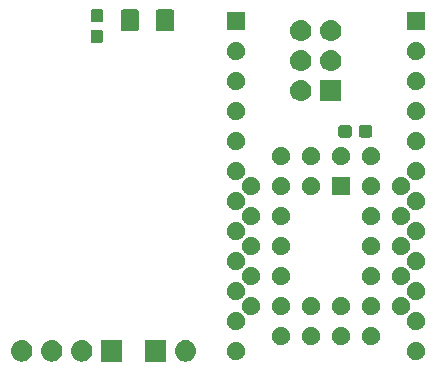
<source format=gbs>
G04 #@! TF.GenerationSoftware,KiCad,Pcbnew,(5.1.0)-1*
G04 #@! TF.CreationDate,2021-03-18T21:30:49+01:00*
G04 #@! TF.ProjectId,Atari OSS Cartridge,41746172-6920-44f5-9353-204361727472,rev?*
G04 #@! TF.SameCoordinates,Original*
G04 #@! TF.FileFunction,Soldermask,Bot*
G04 #@! TF.FilePolarity,Negative*
%FSLAX46Y46*%
G04 Gerber Fmt 4.6, Leading zero omitted, Abs format (unit mm)*
G04 Created by KiCad (PCBNEW (5.1.0)-1) date 2021-03-18 21:30:49*
%MOMM*%
%LPD*%
G04 APERTURE LIST*
%ADD10C,0.100000*%
G04 APERTURE END LIST*
D10*
G36*
X125459443Y-113862719D02*
G01*
X125525627Y-113869237D01*
X125695466Y-113920757D01*
X125851991Y-114004422D01*
X125876200Y-114024290D01*
X125989186Y-114117014D01*
X126072448Y-114218471D01*
X126101778Y-114254209D01*
X126185443Y-114410734D01*
X126236963Y-114580573D01*
X126254359Y-114757200D01*
X126236963Y-114933827D01*
X126185443Y-115103666D01*
X126101778Y-115260191D01*
X126072448Y-115295929D01*
X125989186Y-115397386D01*
X125887729Y-115480648D01*
X125851991Y-115509978D01*
X125695466Y-115593643D01*
X125525627Y-115645163D01*
X125459442Y-115651682D01*
X125393260Y-115658200D01*
X125304740Y-115658200D01*
X125238558Y-115651682D01*
X125172373Y-115645163D01*
X125002534Y-115593643D01*
X124846009Y-115509978D01*
X124810271Y-115480648D01*
X124708814Y-115397386D01*
X124625552Y-115295929D01*
X124596222Y-115260191D01*
X124512557Y-115103666D01*
X124461037Y-114933827D01*
X124443641Y-114757200D01*
X124461037Y-114580573D01*
X124512557Y-114410734D01*
X124596222Y-114254209D01*
X124625552Y-114218471D01*
X124708814Y-114117014D01*
X124821800Y-114024290D01*
X124846009Y-114004422D01*
X125002534Y-113920757D01*
X125172373Y-113869237D01*
X125238557Y-113862719D01*
X125304740Y-113856200D01*
X125393260Y-113856200D01*
X125459443Y-113862719D01*
X125459443Y-113862719D01*
G37*
G36*
X111591043Y-113862719D02*
G01*
X111657227Y-113869237D01*
X111827066Y-113920757D01*
X111983591Y-114004422D01*
X112007800Y-114024290D01*
X112120786Y-114117014D01*
X112204048Y-114218471D01*
X112233378Y-114254209D01*
X112317043Y-114410734D01*
X112368563Y-114580573D01*
X112385959Y-114757200D01*
X112368563Y-114933827D01*
X112317043Y-115103666D01*
X112233378Y-115260191D01*
X112204048Y-115295929D01*
X112120786Y-115397386D01*
X112019329Y-115480648D01*
X111983591Y-115509978D01*
X111827066Y-115593643D01*
X111657227Y-115645163D01*
X111591042Y-115651682D01*
X111524860Y-115658200D01*
X111436340Y-115658200D01*
X111370158Y-115651682D01*
X111303973Y-115645163D01*
X111134134Y-115593643D01*
X110977609Y-115509978D01*
X110941871Y-115480648D01*
X110840414Y-115397386D01*
X110757152Y-115295929D01*
X110727822Y-115260191D01*
X110644157Y-115103666D01*
X110592637Y-114933827D01*
X110575241Y-114757200D01*
X110592637Y-114580573D01*
X110644157Y-114410734D01*
X110727822Y-114254209D01*
X110757152Y-114218471D01*
X110840414Y-114117014D01*
X110953400Y-114024290D01*
X110977609Y-114004422D01*
X111134134Y-113920757D01*
X111303973Y-113869237D01*
X111370157Y-113862719D01*
X111436340Y-113856200D01*
X111524860Y-113856200D01*
X111591043Y-113862719D01*
X111591043Y-113862719D01*
G37*
G36*
X114131043Y-113862719D02*
G01*
X114197227Y-113869237D01*
X114367066Y-113920757D01*
X114523591Y-114004422D01*
X114547800Y-114024290D01*
X114660786Y-114117014D01*
X114744048Y-114218471D01*
X114773378Y-114254209D01*
X114857043Y-114410734D01*
X114908563Y-114580573D01*
X114925959Y-114757200D01*
X114908563Y-114933827D01*
X114857043Y-115103666D01*
X114773378Y-115260191D01*
X114744048Y-115295929D01*
X114660786Y-115397386D01*
X114559329Y-115480648D01*
X114523591Y-115509978D01*
X114367066Y-115593643D01*
X114197227Y-115645163D01*
X114131042Y-115651682D01*
X114064860Y-115658200D01*
X113976340Y-115658200D01*
X113910158Y-115651682D01*
X113843973Y-115645163D01*
X113674134Y-115593643D01*
X113517609Y-115509978D01*
X113481871Y-115480648D01*
X113380414Y-115397386D01*
X113297152Y-115295929D01*
X113267822Y-115260191D01*
X113184157Y-115103666D01*
X113132637Y-114933827D01*
X113115241Y-114757200D01*
X113132637Y-114580573D01*
X113184157Y-114410734D01*
X113267822Y-114254209D01*
X113297152Y-114218471D01*
X113380414Y-114117014D01*
X113493400Y-114024290D01*
X113517609Y-114004422D01*
X113674134Y-113920757D01*
X113843973Y-113869237D01*
X113910157Y-113862719D01*
X113976340Y-113856200D01*
X114064860Y-113856200D01*
X114131043Y-113862719D01*
X114131043Y-113862719D01*
G37*
G36*
X116671043Y-113862719D02*
G01*
X116737227Y-113869237D01*
X116907066Y-113920757D01*
X117063591Y-114004422D01*
X117087800Y-114024290D01*
X117200786Y-114117014D01*
X117284048Y-114218471D01*
X117313378Y-114254209D01*
X117397043Y-114410734D01*
X117448563Y-114580573D01*
X117465959Y-114757200D01*
X117448563Y-114933827D01*
X117397043Y-115103666D01*
X117313378Y-115260191D01*
X117284048Y-115295929D01*
X117200786Y-115397386D01*
X117099329Y-115480648D01*
X117063591Y-115509978D01*
X116907066Y-115593643D01*
X116737227Y-115645163D01*
X116671042Y-115651682D01*
X116604860Y-115658200D01*
X116516340Y-115658200D01*
X116450158Y-115651682D01*
X116383973Y-115645163D01*
X116214134Y-115593643D01*
X116057609Y-115509978D01*
X116021871Y-115480648D01*
X115920414Y-115397386D01*
X115837152Y-115295929D01*
X115807822Y-115260191D01*
X115724157Y-115103666D01*
X115672637Y-114933827D01*
X115655241Y-114757200D01*
X115672637Y-114580573D01*
X115724157Y-114410734D01*
X115807822Y-114254209D01*
X115837152Y-114218471D01*
X115920414Y-114117014D01*
X116033400Y-114024290D01*
X116057609Y-114004422D01*
X116214134Y-113920757D01*
X116383973Y-113869237D01*
X116450157Y-113862719D01*
X116516340Y-113856200D01*
X116604860Y-113856200D01*
X116671043Y-113862719D01*
X116671043Y-113862719D01*
G37*
G36*
X120001600Y-115658200D02*
G01*
X118199600Y-115658200D01*
X118199600Y-113856200D01*
X120001600Y-113856200D01*
X120001600Y-115658200D01*
X120001600Y-115658200D01*
G37*
G36*
X123710000Y-115658200D02*
G01*
X121908000Y-115658200D01*
X121908000Y-113856200D01*
X123710000Y-113856200D01*
X123710000Y-115658200D01*
X123710000Y-115658200D01*
G37*
G36*
X145078525Y-114024290D02*
G01*
X145217238Y-114081747D01*
X145342072Y-114165158D01*
X145448242Y-114271328D01*
X145531653Y-114396162D01*
X145589110Y-114534875D01*
X145618400Y-114682129D01*
X145618400Y-114832271D01*
X145589110Y-114979525D01*
X145531653Y-115118238D01*
X145448242Y-115243072D01*
X145342072Y-115349242D01*
X145217238Y-115432653D01*
X145078525Y-115490110D01*
X144931271Y-115519400D01*
X144781129Y-115519400D01*
X144633875Y-115490110D01*
X144495162Y-115432653D01*
X144370328Y-115349242D01*
X144264158Y-115243072D01*
X144180747Y-115118238D01*
X144123290Y-114979525D01*
X144094000Y-114832271D01*
X144094000Y-114682129D01*
X144123290Y-114534875D01*
X144180747Y-114396162D01*
X144264158Y-114271328D01*
X144370328Y-114165158D01*
X144495162Y-114081747D01*
X144633875Y-114024290D01*
X144781129Y-113995000D01*
X144931271Y-113995000D01*
X145078525Y-114024290D01*
X145078525Y-114024290D01*
G37*
G36*
X129838525Y-114024290D02*
G01*
X129977238Y-114081747D01*
X130102072Y-114165158D01*
X130208242Y-114271328D01*
X130291653Y-114396162D01*
X130349110Y-114534875D01*
X130378400Y-114682129D01*
X130378400Y-114832271D01*
X130349110Y-114979525D01*
X130291653Y-115118238D01*
X130208242Y-115243072D01*
X130102072Y-115349242D01*
X129977238Y-115432653D01*
X129838525Y-115490110D01*
X129691271Y-115519400D01*
X129541129Y-115519400D01*
X129393875Y-115490110D01*
X129255162Y-115432653D01*
X129130328Y-115349242D01*
X129024158Y-115243072D01*
X128940747Y-115118238D01*
X128883290Y-114979525D01*
X128854000Y-114832271D01*
X128854000Y-114682129D01*
X128883290Y-114534875D01*
X128940747Y-114396162D01*
X129024158Y-114271328D01*
X129130328Y-114165158D01*
X129255162Y-114081747D01*
X129393875Y-114024290D01*
X129541129Y-113995000D01*
X129691271Y-113995000D01*
X129838525Y-114024290D01*
X129838525Y-114024290D01*
G37*
G36*
X141268525Y-112754290D02*
G01*
X141407238Y-112811747D01*
X141532072Y-112895158D01*
X141638242Y-113001328D01*
X141721653Y-113126162D01*
X141779110Y-113264875D01*
X141808400Y-113412129D01*
X141808400Y-113562271D01*
X141779110Y-113709525D01*
X141721653Y-113848238D01*
X141638242Y-113973072D01*
X141532072Y-114079242D01*
X141407238Y-114162653D01*
X141268525Y-114220110D01*
X141121271Y-114249400D01*
X140971129Y-114249400D01*
X140823875Y-114220110D01*
X140685162Y-114162653D01*
X140560328Y-114079242D01*
X140454158Y-113973072D01*
X140370747Y-113848238D01*
X140313290Y-113709525D01*
X140284000Y-113562271D01*
X140284000Y-113412129D01*
X140313290Y-113264875D01*
X140370747Y-113126162D01*
X140454158Y-113001328D01*
X140560328Y-112895158D01*
X140685162Y-112811747D01*
X140823875Y-112754290D01*
X140971129Y-112725000D01*
X141121271Y-112725000D01*
X141268525Y-112754290D01*
X141268525Y-112754290D01*
G37*
G36*
X133648525Y-112754290D02*
G01*
X133787238Y-112811747D01*
X133912072Y-112895158D01*
X134018242Y-113001328D01*
X134101653Y-113126162D01*
X134159110Y-113264875D01*
X134188400Y-113412129D01*
X134188400Y-113562271D01*
X134159110Y-113709525D01*
X134101653Y-113848238D01*
X134018242Y-113973072D01*
X133912072Y-114079242D01*
X133787238Y-114162653D01*
X133648525Y-114220110D01*
X133501271Y-114249400D01*
X133351129Y-114249400D01*
X133203875Y-114220110D01*
X133065162Y-114162653D01*
X132940328Y-114079242D01*
X132834158Y-113973072D01*
X132750747Y-113848238D01*
X132693290Y-113709525D01*
X132664000Y-113562271D01*
X132664000Y-113412129D01*
X132693290Y-113264875D01*
X132750747Y-113126162D01*
X132834158Y-113001328D01*
X132940328Y-112895158D01*
X133065162Y-112811747D01*
X133203875Y-112754290D01*
X133351129Y-112725000D01*
X133501271Y-112725000D01*
X133648525Y-112754290D01*
X133648525Y-112754290D01*
G37*
G36*
X136188525Y-112754290D02*
G01*
X136327238Y-112811747D01*
X136452072Y-112895158D01*
X136558242Y-113001328D01*
X136641653Y-113126162D01*
X136699110Y-113264875D01*
X136728400Y-113412129D01*
X136728400Y-113562271D01*
X136699110Y-113709525D01*
X136641653Y-113848238D01*
X136558242Y-113973072D01*
X136452072Y-114079242D01*
X136327238Y-114162653D01*
X136188525Y-114220110D01*
X136041271Y-114249400D01*
X135891129Y-114249400D01*
X135743875Y-114220110D01*
X135605162Y-114162653D01*
X135480328Y-114079242D01*
X135374158Y-113973072D01*
X135290747Y-113848238D01*
X135233290Y-113709525D01*
X135204000Y-113562271D01*
X135204000Y-113412129D01*
X135233290Y-113264875D01*
X135290747Y-113126162D01*
X135374158Y-113001328D01*
X135480328Y-112895158D01*
X135605162Y-112811747D01*
X135743875Y-112754290D01*
X135891129Y-112725000D01*
X136041271Y-112725000D01*
X136188525Y-112754290D01*
X136188525Y-112754290D01*
G37*
G36*
X138728525Y-112754290D02*
G01*
X138867238Y-112811747D01*
X138992072Y-112895158D01*
X139098242Y-113001328D01*
X139181653Y-113126162D01*
X139239110Y-113264875D01*
X139268400Y-113412129D01*
X139268400Y-113562271D01*
X139239110Y-113709525D01*
X139181653Y-113848238D01*
X139098242Y-113973072D01*
X138992072Y-114079242D01*
X138867238Y-114162653D01*
X138728525Y-114220110D01*
X138581271Y-114249400D01*
X138431129Y-114249400D01*
X138283875Y-114220110D01*
X138145162Y-114162653D01*
X138020328Y-114079242D01*
X137914158Y-113973072D01*
X137830747Y-113848238D01*
X137773290Y-113709525D01*
X137744000Y-113562271D01*
X137744000Y-113412129D01*
X137773290Y-113264875D01*
X137830747Y-113126162D01*
X137914158Y-113001328D01*
X138020328Y-112895158D01*
X138145162Y-112811747D01*
X138283875Y-112754290D01*
X138431129Y-112725000D01*
X138581271Y-112725000D01*
X138728525Y-112754290D01*
X138728525Y-112754290D01*
G37*
G36*
X129838525Y-111484290D02*
G01*
X129977238Y-111541747D01*
X130102072Y-111625158D01*
X130208242Y-111731328D01*
X130291653Y-111856162D01*
X130349110Y-111994875D01*
X130378400Y-112142129D01*
X130378400Y-112292271D01*
X130349110Y-112439525D01*
X130291653Y-112578238D01*
X130208242Y-112703072D01*
X130102072Y-112809242D01*
X129977238Y-112892653D01*
X129838525Y-112950110D01*
X129691271Y-112979400D01*
X129541129Y-112979400D01*
X129393875Y-112950110D01*
X129255162Y-112892653D01*
X129130328Y-112809242D01*
X129024158Y-112703072D01*
X128940747Y-112578238D01*
X128883290Y-112439525D01*
X128854000Y-112292271D01*
X128854000Y-112142129D01*
X128883290Y-111994875D01*
X128940747Y-111856162D01*
X129024158Y-111731328D01*
X129130328Y-111625158D01*
X129255162Y-111541747D01*
X129393875Y-111484290D01*
X129541129Y-111455000D01*
X129691271Y-111455000D01*
X129838525Y-111484290D01*
X129838525Y-111484290D01*
G37*
G36*
X145078525Y-111484290D02*
G01*
X145217238Y-111541747D01*
X145342072Y-111625158D01*
X145448242Y-111731328D01*
X145531653Y-111856162D01*
X145589110Y-111994875D01*
X145618400Y-112142129D01*
X145618400Y-112292271D01*
X145589110Y-112439525D01*
X145531653Y-112578238D01*
X145448242Y-112703072D01*
X145342072Y-112809242D01*
X145217238Y-112892653D01*
X145078525Y-112950110D01*
X144931271Y-112979400D01*
X144781129Y-112979400D01*
X144633875Y-112950110D01*
X144495162Y-112892653D01*
X144370328Y-112809242D01*
X144264158Y-112703072D01*
X144180747Y-112578238D01*
X144123290Y-112439525D01*
X144094000Y-112292271D01*
X144094000Y-112142129D01*
X144123290Y-111994875D01*
X144180747Y-111856162D01*
X144264158Y-111731328D01*
X144370328Y-111625158D01*
X144495162Y-111541747D01*
X144633875Y-111484290D01*
X144781129Y-111455000D01*
X144931271Y-111455000D01*
X145078525Y-111484290D01*
X145078525Y-111484290D01*
G37*
G36*
X141268525Y-110214290D02*
G01*
X141407238Y-110271747D01*
X141532072Y-110355158D01*
X141638242Y-110461328D01*
X141721653Y-110586162D01*
X141779110Y-110724875D01*
X141808400Y-110872129D01*
X141808400Y-111022271D01*
X141779110Y-111169525D01*
X141721653Y-111308238D01*
X141638242Y-111433072D01*
X141532072Y-111539242D01*
X141407238Y-111622653D01*
X141268525Y-111680110D01*
X141121271Y-111709400D01*
X140971129Y-111709400D01*
X140823875Y-111680110D01*
X140685162Y-111622653D01*
X140560328Y-111539242D01*
X140454158Y-111433072D01*
X140370747Y-111308238D01*
X140313290Y-111169525D01*
X140284000Y-111022271D01*
X140284000Y-110872129D01*
X140313290Y-110724875D01*
X140370747Y-110586162D01*
X140454158Y-110461328D01*
X140560328Y-110355158D01*
X140685162Y-110271747D01*
X140823875Y-110214290D01*
X140971129Y-110185000D01*
X141121271Y-110185000D01*
X141268525Y-110214290D01*
X141268525Y-110214290D01*
G37*
G36*
X136188525Y-110214290D02*
G01*
X136327238Y-110271747D01*
X136452072Y-110355158D01*
X136558242Y-110461328D01*
X136641653Y-110586162D01*
X136699110Y-110724875D01*
X136728400Y-110872129D01*
X136728400Y-111022271D01*
X136699110Y-111169525D01*
X136641653Y-111308238D01*
X136558242Y-111433072D01*
X136452072Y-111539242D01*
X136327238Y-111622653D01*
X136188525Y-111680110D01*
X136041271Y-111709400D01*
X135891129Y-111709400D01*
X135743875Y-111680110D01*
X135605162Y-111622653D01*
X135480328Y-111539242D01*
X135374158Y-111433072D01*
X135290747Y-111308238D01*
X135233290Y-111169525D01*
X135204000Y-111022271D01*
X135204000Y-110872129D01*
X135233290Y-110724875D01*
X135290747Y-110586162D01*
X135374158Y-110461328D01*
X135480328Y-110355158D01*
X135605162Y-110271747D01*
X135743875Y-110214290D01*
X135891129Y-110185000D01*
X136041271Y-110185000D01*
X136188525Y-110214290D01*
X136188525Y-110214290D01*
G37*
G36*
X143808525Y-110214290D02*
G01*
X143947238Y-110271747D01*
X144072072Y-110355158D01*
X144178242Y-110461328D01*
X144261653Y-110586162D01*
X144319110Y-110724875D01*
X144348400Y-110872129D01*
X144348400Y-111022271D01*
X144319110Y-111169525D01*
X144261653Y-111308238D01*
X144178242Y-111433072D01*
X144072072Y-111539242D01*
X143947238Y-111622653D01*
X143808525Y-111680110D01*
X143661271Y-111709400D01*
X143511129Y-111709400D01*
X143363875Y-111680110D01*
X143225162Y-111622653D01*
X143100328Y-111539242D01*
X142994158Y-111433072D01*
X142910747Y-111308238D01*
X142853290Y-111169525D01*
X142824000Y-111022271D01*
X142824000Y-110872129D01*
X142853290Y-110724875D01*
X142910747Y-110586162D01*
X142994158Y-110461328D01*
X143100328Y-110355158D01*
X143225162Y-110271747D01*
X143363875Y-110214290D01*
X143511129Y-110185000D01*
X143661271Y-110185000D01*
X143808525Y-110214290D01*
X143808525Y-110214290D01*
G37*
G36*
X138728525Y-110214290D02*
G01*
X138867238Y-110271747D01*
X138992072Y-110355158D01*
X139098242Y-110461328D01*
X139181653Y-110586162D01*
X139239110Y-110724875D01*
X139268400Y-110872129D01*
X139268400Y-111022271D01*
X139239110Y-111169525D01*
X139181653Y-111308238D01*
X139098242Y-111433072D01*
X138992072Y-111539242D01*
X138867238Y-111622653D01*
X138728525Y-111680110D01*
X138581271Y-111709400D01*
X138431129Y-111709400D01*
X138283875Y-111680110D01*
X138145162Y-111622653D01*
X138020328Y-111539242D01*
X137914158Y-111433072D01*
X137830747Y-111308238D01*
X137773290Y-111169525D01*
X137744000Y-111022271D01*
X137744000Y-110872129D01*
X137773290Y-110724875D01*
X137830747Y-110586162D01*
X137914158Y-110461328D01*
X138020328Y-110355158D01*
X138145162Y-110271747D01*
X138283875Y-110214290D01*
X138431129Y-110185000D01*
X138581271Y-110185000D01*
X138728525Y-110214290D01*
X138728525Y-110214290D01*
G37*
G36*
X131108525Y-110214290D02*
G01*
X131247238Y-110271747D01*
X131372072Y-110355158D01*
X131478242Y-110461328D01*
X131561653Y-110586162D01*
X131619110Y-110724875D01*
X131648400Y-110872129D01*
X131648400Y-111022271D01*
X131619110Y-111169525D01*
X131561653Y-111308238D01*
X131478242Y-111433072D01*
X131372072Y-111539242D01*
X131247238Y-111622653D01*
X131108525Y-111680110D01*
X130961271Y-111709400D01*
X130811129Y-111709400D01*
X130663875Y-111680110D01*
X130525162Y-111622653D01*
X130400328Y-111539242D01*
X130294158Y-111433072D01*
X130210747Y-111308238D01*
X130153290Y-111169525D01*
X130124000Y-111022271D01*
X130124000Y-110872129D01*
X130153290Y-110724875D01*
X130210747Y-110586162D01*
X130294158Y-110461328D01*
X130400328Y-110355158D01*
X130525162Y-110271747D01*
X130663875Y-110214290D01*
X130811129Y-110185000D01*
X130961271Y-110185000D01*
X131108525Y-110214290D01*
X131108525Y-110214290D01*
G37*
G36*
X133648525Y-110214290D02*
G01*
X133787238Y-110271747D01*
X133912072Y-110355158D01*
X134018242Y-110461328D01*
X134101653Y-110586162D01*
X134159110Y-110724875D01*
X134188400Y-110872129D01*
X134188400Y-111022271D01*
X134159110Y-111169525D01*
X134101653Y-111308238D01*
X134018242Y-111433072D01*
X133912072Y-111539242D01*
X133787238Y-111622653D01*
X133648525Y-111680110D01*
X133501271Y-111709400D01*
X133351129Y-111709400D01*
X133203875Y-111680110D01*
X133065162Y-111622653D01*
X132940328Y-111539242D01*
X132834158Y-111433072D01*
X132750747Y-111308238D01*
X132693290Y-111169525D01*
X132664000Y-111022271D01*
X132664000Y-110872129D01*
X132693290Y-110724875D01*
X132750747Y-110586162D01*
X132834158Y-110461328D01*
X132940328Y-110355158D01*
X133065162Y-110271747D01*
X133203875Y-110214290D01*
X133351129Y-110185000D01*
X133501271Y-110185000D01*
X133648525Y-110214290D01*
X133648525Y-110214290D01*
G37*
G36*
X145078525Y-108944290D02*
G01*
X145217238Y-109001747D01*
X145342072Y-109085158D01*
X145448242Y-109191328D01*
X145531653Y-109316162D01*
X145589110Y-109454875D01*
X145618400Y-109602129D01*
X145618400Y-109752271D01*
X145589110Y-109899525D01*
X145531653Y-110038238D01*
X145448242Y-110163072D01*
X145342072Y-110269242D01*
X145217238Y-110352653D01*
X145078525Y-110410110D01*
X144931271Y-110439400D01*
X144781129Y-110439400D01*
X144633875Y-110410110D01*
X144495162Y-110352653D01*
X144370328Y-110269242D01*
X144264158Y-110163072D01*
X144180747Y-110038238D01*
X144123290Y-109899525D01*
X144094000Y-109752271D01*
X144094000Y-109602129D01*
X144123290Y-109454875D01*
X144180747Y-109316162D01*
X144264158Y-109191328D01*
X144370328Y-109085158D01*
X144495162Y-109001747D01*
X144633875Y-108944290D01*
X144781129Y-108915000D01*
X144931271Y-108915000D01*
X145078525Y-108944290D01*
X145078525Y-108944290D01*
G37*
G36*
X129838525Y-108944290D02*
G01*
X129977238Y-109001747D01*
X130102072Y-109085158D01*
X130208242Y-109191328D01*
X130291653Y-109316162D01*
X130349110Y-109454875D01*
X130378400Y-109602129D01*
X130378400Y-109752271D01*
X130349110Y-109899525D01*
X130291653Y-110038238D01*
X130208242Y-110163072D01*
X130102072Y-110269242D01*
X129977238Y-110352653D01*
X129838525Y-110410110D01*
X129691271Y-110439400D01*
X129541129Y-110439400D01*
X129393875Y-110410110D01*
X129255162Y-110352653D01*
X129130328Y-110269242D01*
X129024158Y-110163072D01*
X128940747Y-110038238D01*
X128883290Y-109899525D01*
X128854000Y-109752271D01*
X128854000Y-109602129D01*
X128883290Y-109454875D01*
X128940747Y-109316162D01*
X129024158Y-109191328D01*
X129130328Y-109085158D01*
X129255162Y-109001747D01*
X129393875Y-108944290D01*
X129541129Y-108915000D01*
X129691271Y-108915000D01*
X129838525Y-108944290D01*
X129838525Y-108944290D01*
G37*
G36*
X143808525Y-107674290D02*
G01*
X143947238Y-107731747D01*
X144072072Y-107815158D01*
X144178242Y-107921328D01*
X144261653Y-108046162D01*
X144319110Y-108184875D01*
X144348400Y-108332129D01*
X144348400Y-108482271D01*
X144319110Y-108629525D01*
X144261653Y-108768238D01*
X144178242Y-108893072D01*
X144072072Y-108999242D01*
X143947238Y-109082653D01*
X143808525Y-109140110D01*
X143661271Y-109169400D01*
X143511129Y-109169400D01*
X143363875Y-109140110D01*
X143225162Y-109082653D01*
X143100328Y-108999242D01*
X142994158Y-108893072D01*
X142910747Y-108768238D01*
X142853290Y-108629525D01*
X142824000Y-108482271D01*
X142824000Y-108332129D01*
X142853290Y-108184875D01*
X142910747Y-108046162D01*
X142994158Y-107921328D01*
X143100328Y-107815158D01*
X143225162Y-107731747D01*
X143363875Y-107674290D01*
X143511129Y-107645000D01*
X143661271Y-107645000D01*
X143808525Y-107674290D01*
X143808525Y-107674290D01*
G37*
G36*
X131108525Y-107674290D02*
G01*
X131247238Y-107731747D01*
X131372072Y-107815158D01*
X131478242Y-107921328D01*
X131561653Y-108046162D01*
X131619110Y-108184875D01*
X131648400Y-108332129D01*
X131648400Y-108482271D01*
X131619110Y-108629525D01*
X131561653Y-108768238D01*
X131478242Y-108893072D01*
X131372072Y-108999242D01*
X131247238Y-109082653D01*
X131108525Y-109140110D01*
X130961271Y-109169400D01*
X130811129Y-109169400D01*
X130663875Y-109140110D01*
X130525162Y-109082653D01*
X130400328Y-108999242D01*
X130294158Y-108893072D01*
X130210747Y-108768238D01*
X130153290Y-108629525D01*
X130124000Y-108482271D01*
X130124000Y-108332129D01*
X130153290Y-108184875D01*
X130210747Y-108046162D01*
X130294158Y-107921328D01*
X130400328Y-107815158D01*
X130525162Y-107731747D01*
X130663875Y-107674290D01*
X130811129Y-107645000D01*
X130961271Y-107645000D01*
X131108525Y-107674290D01*
X131108525Y-107674290D01*
G37*
G36*
X133648525Y-107674290D02*
G01*
X133787238Y-107731747D01*
X133912072Y-107815158D01*
X134018242Y-107921328D01*
X134101653Y-108046162D01*
X134159110Y-108184875D01*
X134188400Y-108332129D01*
X134188400Y-108482271D01*
X134159110Y-108629525D01*
X134101653Y-108768238D01*
X134018242Y-108893072D01*
X133912072Y-108999242D01*
X133787238Y-109082653D01*
X133648525Y-109140110D01*
X133501271Y-109169400D01*
X133351129Y-109169400D01*
X133203875Y-109140110D01*
X133065162Y-109082653D01*
X132940328Y-108999242D01*
X132834158Y-108893072D01*
X132750747Y-108768238D01*
X132693290Y-108629525D01*
X132664000Y-108482271D01*
X132664000Y-108332129D01*
X132693290Y-108184875D01*
X132750747Y-108046162D01*
X132834158Y-107921328D01*
X132940328Y-107815158D01*
X133065162Y-107731747D01*
X133203875Y-107674290D01*
X133351129Y-107645000D01*
X133501271Y-107645000D01*
X133648525Y-107674290D01*
X133648525Y-107674290D01*
G37*
G36*
X141268525Y-107674290D02*
G01*
X141407238Y-107731747D01*
X141532072Y-107815158D01*
X141638242Y-107921328D01*
X141721653Y-108046162D01*
X141779110Y-108184875D01*
X141808400Y-108332129D01*
X141808400Y-108482271D01*
X141779110Y-108629525D01*
X141721653Y-108768238D01*
X141638242Y-108893072D01*
X141532072Y-108999242D01*
X141407238Y-109082653D01*
X141268525Y-109140110D01*
X141121271Y-109169400D01*
X140971129Y-109169400D01*
X140823875Y-109140110D01*
X140685162Y-109082653D01*
X140560328Y-108999242D01*
X140454158Y-108893072D01*
X140370747Y-108768238D01*
X140313290Y-108629525D01*
X140284000Y-108482271D01*
X140284000Y-108332129D01*
X140313290Y-108184875D01*
X140370747Y-108046162D01*
X140454158Y-107921328D01*
X140560328Y-107815158D01*
X140685162Y-107731747D01*
X140823875Y-107674290D01*
X140971129Y-107645000D01*
X141121271Y-107645000D01*
X141268525Y-107674290D01*
X141268525Y-107674290D01*
G37*
G36*
X129838525Y-106404290D02*
G01*
X129977238Y-106461747D01*
X130102072Y-106545158D01*
X130208242Y-106651328D01*
X130291653Y-106776162D01*
X130349110Y-106914875D01*
X130378400Y-107062129D01*
X130378400Y-107212271D01*
X130349110Y-107359525D01*
X130291653Y-107498238D01*
X130208242Y-107623072D01*
X130102072Y-107729242D01*
X129977238Y-107812653D01*
X129838525Y-107870110D01*
X129691271Y-107899400D01*
X129541129Y-107899400D01*
X129393875Y-107870110D01*
X129255162Y-107812653D01*
X129130328Y-107729242D01*
X129024158Y-107623072D01*
X128940747Y-107498238D01*
X128883290Y-107359525D01*
X128854000Y-107212271D01*
X128854000Y-107062129D01*
X128883290Y-106914875D01*
X128940747Y-106776162D01*
X129024158Y-106651328D01*
X129130328Y-106545158D01*
X129255162Y-106461747D01*
X129393875Y-106404290D01*
X129541129Y-106375000D01*
X129691271Y-106375000D01*
X129838525Y-106404290D01*
X129838525Y-106404290D01*
G37*
G36*
X145078525Y-106404290D02*
G01*
X145217238Y-106461747D01*
X145342072Y-106545158D01*
X145448242Y-106651328D01*
X145531653Y-106776162D01*
X145589110Y-106914875D01*
X145618400Y-107062129D01*
X145618400Y-107212271D01*
X145589110Y-107359525D01*
X145531653Y-107498238D01*
X145448242Y-107623072D01*
X145342072Y-107729242D01*
X145217238Y-107812653D01*
X145078525Y-107870110D01*
X144931271Y-107899400D01*
X144781129Y-107899400D01*
X144633875Y-107870110D01*
X144495162Y-107812653D01*
X144370328Y-107729242D01*
X144264158Y-107623072D01*
X144180747Y-107498238D01*
X144123290Y-107359525D01*
X144094000Y-107212271D01*
X144094000Y-107062129D01*
X144123290Y-106914875D01*
X144180747Y-106776162D01*
X144264158Y-106651328D01*
X144370328Y-106545158D01*
X144495162Y-106461747D01*
X144633875Y-106404290D01*
X144781129Y-106375000D01*
X144931271Y-106375000D01*
X145078525Y-106404290D01*
X145078525Y-106404290D01*
G37*
G36*
X131108525Y-105134290D02*
G01*
X131247238Y-105191747D01*
X131372072Y-105275158D01*
X131478242Y-105381328D01*
X131561653Y-105506162D01*
X131619110Y-105644875D01*
X131648400Y-105792129D01*
X131648400Y-105942271D01*
X131619110Y-106089525D01*
X131561653Y-106228238D01*
X131478242Y-106353072D01*
X131372072Y-106459242D01*
X131247238Y-106542653D01*
X131108525Y-106600110D01*
X130961271Y-106629400D01*
X130811129Y-106629400D01*
X130663875Y-106600110D01*
X130525162Y-106542653D01*
X130400328Y-106459242D01*
X130294158Y-106353072D01*
X130210747Y-106228238D01*
X130153290Y-106089525D01*
X130124000Y-105942271D01*
X130124000Y-105792129D01*
X130153290Y-105644875D01*
X130210747Y-105506162D01*
X130294158Y-105381328D01*
X130400328Y-105275158D01*
X130525162Y-105191747D01*
X130663875Y-105134290D01*
X130811129Y-105105000D01*
X130961271Y-105105000D01*
X131108525Y-105134290D01*
X131108525Y-105134290D01*
G37*
G36*
X133648525Y-105134290D02*
G01*
X133787238Y-105191747D01*
X133912072Y-105275158D01*
X134018242Y-105381328D01*
X134101653Y-105506162D01*
X134159110Y-105644875D01*
X134188400Y-105792129D01*
X134188400Y-105942271D01*
X134159110Y-106089525D01*
X134101653Y-106228238D01*
X134018242Y-106353072D01*
X133912072Y-106459242D01*
X133787238Y-106542653D01*
X133648525Y-106600110D01*
X133501271Y-106629400D01*
X133351129Y-106629400D01*
X133203875Y-106600110D01*
X133065162Y-106542653D01*
X132940328Y-106459242D01*
X132834158Y-106353072D01*
X132750747Y-106228238D01*
X132693290Y-106089525D01*
X132664000Y-105942271D01*
X132664000Y-105792129D01*
X132693290Y-105644875D01*
X132750747Y-105506162D01*
X132834158Y-105381328D01*
X132940328Y-105275158D01*
X133065162Y-105191747D01*
X133203875Y-105134290D01*
X133351129Y-105105000D01*
X133501271Y-105105000D01*
X133648525Y-105134290D01*
X133648525Y-105134290D01*
G37*
G36*
X141268525Y-105134290D02*
G01*
X141407238Y-105191747D01*
X141532072Y-105275158D01*
X141638242Y-105381328D01*
X141721653Y-105506162D01*
X141779110Y-105644875D01*
X141808400Y-105792129D01*
X141808400Y-105942271D01*
X141779110Y-106089525D01*
X141721653Y-106228238D01*
X141638242Y-106353072D01*
X141532072Y-106459242D01*
X141407238Y-106542653D01*
X141268525Y-106600110D01*
X141121271Y-106629400D01*
X140971129Y-106629400D01*
X140823875Y-106600110D01*
X140685162Y-106542653D01*
X140560328Y-106459242D01*
X140454158Y-106353072D01*
X140370747Y-106228238D01*
X140313290Y-106089525D01*
X140284000Y-105942271D01*
X140284000Y-105792129D01*
X140313290Y-105644875D01*
X140370747Y-105506162D01*
X140454158Y-105381328D01*
X140560328Y-105275158D01*
X140685162Y-105191747D01*
X140823875Y-105134290D01*
X140971129Y-105105000D01*
X141121271Y-105105000D01*
X141268525Y-105134290D01*
X141268525Y-105134290D01*
G37*
G36*
X143808525Y-105134290D02*
G01*
X143947238Y-105191747D01*
X144072072Y-105275158D01*
X144178242Y-105381328D01*
X144261653Y-105506162D01*
X144319110Y-105644875D01*
X144348400Y-105792129D01*
X144348400Y-105942271D01*
X144319110Y-106089525D01*
X144261653Y-106228238D01*
X144178242Y-106353072D01*
X144072072Y-106459242D01*
X143947238Y-106542653D01*
X143808525Y-106600110D01*
X143661271Y-106629400D01*
X143511129Y-106629400D01*
X143363875Y-106600110D01*
X143225162Y-106542653D01*
X143100328Y-106459242D01*
X142994158Y-106353072D01*
X142910747Y-106228238D01*
X142853290Y-106089525D01*
X142824000Y-105942271D01*
X142824000Y-105792129D01*
X142853290Y-105644875D01*
X142910747Y-105506162D01*
X142994158Y-105381328D01*
X143100328Y-105275158D01*
X143225162Y-105191747D01*
X143363875Y-105134290D01*
X143511129Y-105105000D01*
X143661271Y-105105000D01*
X143808525Y-105134290D01*
X143808525Y-105134290D01*
G37*
G36*
X129838525Y-103864290D02*
G01*
X129977238Y-103921747D01*
X130102072Y-104005158D01*
X130208242Y-104111328D01*
X130291653Y-104236162D01*
X130349110Y-104374875D01*
X130378400Y-104522129D01*
X130378400Y-104672271D01*
X130349110Y-104819525D01*
X130291653Y-104958238D01*
X130208242Y-105083072D01*
X130102072Y-105189242D01*
X129977238Y-105272653D01*
X129838525Y-105330110D01*
X129691271Y-105359400D01*
X129541129Y-105359400D01*
X129393875Y-105330110D01*
X129255162Y-105272653D01*
X129130328Y-105189242D01*
X129024158Y-105083072D01*
X128940747Y-104958238D01*
X128883290Y-104819525D01*
X128854000Y-104672271D01*
X128854000Y-104522129D01*
X128883290Y-104374875D01*
X128940747Y-104236162D01*
X129024158Y-104111328D01*
X129130328Y-104005158D01*
X129255162Y-103921747D01*
X129393875Y-103864290D01*
X129541129Y-103835000D01*
X129691271Y-103835000D01*
X129838525Y-103864290D01*
X129838525Y-103864290D01*
G37*
G36*
X145078525Y-103864290D02*
G01*
X145217238Y-103921747D01*
X145342072Y-104005158D01*
X145448242Y-104111328D01*
X145531653Y-104236162D01*
X145589110Y-104374875D01*
X145618400Y-104522129D01*
X145618400Y-104672271D01*
X145589110Y-104819525D01*
X145531653Y-104958238D01*
X145448242Y-105083072D01*
X145342072Y-105189242D01*
X145217238Y-105272653D01*
X145078525Y-105330110D01*
X144931271Y-105359400D01*
X144781129Y-105359400D01*
X144633875Y-105330110D01*
X144495162Y-105272653D01*
X144370328Y-105189242D01*
X144264158Y-105083072D01*
X144180747Y-104958238D01*
X144123290Y-104819525D01*
X144094000Y-104672271D01*
X144094000Y-104522129D01*
X144123290Y-104374875D01*
X144180747Y-104236162D01*
X144264158Y-104111328D01*
X144370328Y-104005158D01*
X144495162Y-103921747D01*
X144633875Y-103864290D01*
X144781129Y-103835000D01*
X144931271Y-103835000D01*
X145078525Y-103864290D01*
X145078525Y-103864290D01*
G37*
G36*
X131108525Y-102594290D02*
G01*
X131247238Y-102651747D01*
X131372072Y-102735158D01*
X131478242Y-102841328D01*
X131561653Y-102966162D01*
X131619110Y-103104875D01*
X131648400Y-103252129D01*
X131648400Y-103402271D01*
X131619110Y-103549525D01*
X131561653Y-103688238D01*
X131478242Y-103813072D01*
X131372072Y-103919242D01*
X131247238Y-104002653D01*
X131108525Y-104060110D01*
X130961271Y-104089400D01*
X130811129Y-104089400D01*
X130663875Y-104060110D01*
X130525162Y-104002653D01*
X130400328Y-103919242D01*
X130294158Y-103813072D01*
X130210747Y-103688238D01*
X130153290Y-103549525D01*
X130124000Y-103402271D01*
X130124000Y-103252129D01*
X130153290Y-103104875D01*
X130210747Y-102966162D01*
X130294158Y-102841328D01*
X130400328Y-102735158D01*
X130525162Y-102651747D01*
X130663875Y-102594290D01*
X130811129Y-102565000D01*
X130961271Y-102565000D01*
X131108525Y-102594290D01*
X131108525Y-102594290D01*
G37*
G36*
X133648525Y-102594290D02*
G01*
X133787238Y-102651747D01*
X133912072Y-102735158D01*
X134018242Y-102841328D01*
X134101653Y-102966162D01*
X134159110Y-103104875D01*
X134188400Y-103252129D01*
X134188400Y-103402271D01*
X134159110Y-103549525D01*
X134101653Y-103688238D01*
X134018242Y-103813072D01*
X133912072Y-103919242D01*
X133787238Y-104002653D01*
X133648525Y-104060110D01*
X133501271Y-104089400D01*
X133351129Y-104089400D01*
X133203875Y-104060110D01*
X133065162Y-104002653D01*
X132940328Y-103919242D01*
X132834158Y-103813072D01*
X132750747Y-103688238D01*
X132693290Y-103549525D01*
X132664000Y-103402271D01*
X132664000Y-103252129D01*
X132693290Y-103104875D01*
X132750747Y-102966162D01*
X132834158Y-102841328D01*
X132940328Y-102735158D01*
X133065162Y-102651747D01*
X133203875Y-102594290D01*
X133351129Y-102565000D01*
X133501271Y-102565000D01*
X133648525Y-102594290D01*
X133648525Y-102594290D01*
G37*
G36*
X141268525Y-102594290D02*
G01*
X141407238Y-102651747D01*
X141532072Y-102735158D01*
X141638242Y-102841328D01*
X141721653Y-102966162D01*
X141779110Y-103104875D01*
X141808400Y-103252129D01*
X141808400Y-103402271D01*
X141779110Y-103549525D01*
X141721653Y-103688238D01*
X141638242Y-103813072D01*
X141532072Y-103919242D01*
X141407238Y-104002653D01*
X141268525Y-104060110D01*
X141121271Y-104089400D01*
X140971129Y-104089400D01*
X140823875Y-104060110D01*
X140685162Y-104002653D01*
X140560328Y-103919242D01*
X140454158Y-103813072D01*
X140370747Y-103688238D01*
X140313290Y-103549525D01*
X140284000Y-103402271D01*
X140284000Y-103252129D01*
X140313290Y-103104875D01*
X140370747Y-102966162D01*
X140454158Y-102841328D01*
X140560328Y-102735158D01*
X140685162Y-102651747D01*
X140823875Y-102594290D01*
X140971129Y-102565000D01*
X141121271Y-102565000D01*
X141268525Y-102594290D01*
X141268525Y-102594290D01*
G37*
G36*
X143808525Y-102594290D02*
G01*
X143947238Y-102651747D01*
X144072072Y-102735158D01*
X144178242Y-102841328D01*
X144261653Y-102966162D01*
X144319110Y-103104875D01*
X144348400Y-103252129D01*
X144348400Y-103402271D01*
X144319110Y-103549525D01*
X144261653Y-103688238D01*
X144178242Y-103813072D01*
X144072072Y-103919242D01*
X143947238Y-104002653D01*
X143808525Y-104060110D01*
X143661271Y-104089400D01*
X143511129Y-104089400D01*
X143363875Y-104060110D01*
X143225162Y-104002653D01*
X143100328Y-103919242D01*
X142994158Y-103813072D01*
X142910747Y-103688238D01*
X142853290Y-103549525D01*
X142824000Y-103402271D01*
X142824000Y-103252129D01*
X142853290Y-103104875D01*
X142910747Y-102966162D01*
X142994158Y-102841328D01*
X143100328Y-102735158D01*
X143225162Y-102651747D01*
X143363875Y-102594290D01*
X143511129Y-102565000D01*
X143661271Y-102565000D01*
X143808525Y-102594290D01*
X143808525Y-102594290D01*
G37*
G36*
X129838525Y-101324290D02*
G01*
X129977238Y-101381747D01*
X130102072Y-101465158D01*
X130208242Y-101571328D01*
X130291653Y-101696162D01*
X130349110Y-101834875D01*
X130378400Y-101982129D01*
X130378400Y-102132271D01*
X130349110Y-102279525D01*
X130291653Y-102418238D01*
X130208242Y-102543072D01*
X130102072Y-102649242D01*
X129977238Y-102732653D01*
X129838525Y-102790110D01*
X129691271Y-102819400D01*
X129541129Y-102819400D01*
X129393875Y-102790110D01*
X129255162Y-102732653D01*
X129130328Y-102649242D01*
X129024158Y-102543072D01*
X128940747Y-102418238D01*
X128883290Y-102279525D01*
X128854000Y-102132271D01*
X128854000Y-101982129D01*
X128883290Y-101834875D01*
X128940747Y-101696162D01*
X129024158Y-101571328D01*
X129130328Y-101465158D01*
X129255162Y-101381747D01*
X129393875Y-101324290D01*
X129541129Y-101295000D01*
X129691271Y-101295000D01*
X129838525Y-101324290D01*
X129838525Y-101324290D01*
G37*
G36*
X145078525Y-101324290D02*
G01*
X145217238Y-101381747D01*
X145342072Y-101465158D01*
X145448242Y-101571328D01*
X145531653Y-101696162D01*
X145589110Y-101834875D01*
X145618400Y-101982129D01*
X145618400Y-102132271D01*
X145589110Y-102279525D01*
X145531653Y-102418238D01*
X145448242Y-102543072D01*
X145342072Y-102649242D01*
X145217238Y-102732653D01*
X145078525Y-102790110D01*
X144931271Y-102819400D01*
X144781129Y-102819400D01*
X144633875Y-102790110D01*
X144495162Y-102732653D01*
X144370328Y-102649242D01*
X144264158Y-102543072D01*
X144180747Y-102418238D01*
X144123290Y-102279525D01*
X144094000Y-102132271D01*
X144094000Y-101982129D01*
X144123290Y-101834875D01*
X144180747Y-101696162D01*
X144264158Y-101571328D01*
X144370328Y-101465158D01*
X144495162Y-101381747D01*
X144633875Y-101324290D01*
X144781129Y-101295000D01*
X144931271Y-101295000D01*
X145078525Y-101324290D01*
X145078525Y-101324290D01*
G37*
G36*
X131108525Y-100054290D02*
G01*
X131247238Y-100111747D01*
X131372072Y-100195158D01*
X131478242Y-100301328D01*
X131561653Y-100426162D01*
X131619110Y-100564875D01*
X131648400Y-100712129D01*
X131648400Y-100862271D01*
X131619110Y-101009525D01*
X131561653Y-101148238D01*
X131478242Y-101273072D01*
X131372072Y-101379242D01*
X131247238Y-101462653D01*
X131108525Y-101520110D01*
X130961271Y-101549400D01*
X130811129Y-101549400D01*
X130663875Y-101520110D01*
X130525162Y-101462653D01*
X130400328Y-101379242D01*
X130294158Y-101273072D01*
X130210747Y-101148238D01*
X130153290Y-101009525D01*
X130124000Y-100862271D01*
X130124000Y-100712129D01*
X130153290Y-100564875D01*
X130210747Y-100426162D01*
X130294158Y-100301328D01*
X130400328Y-100195158D01*
X130525162Y-100111747D01*
X130663875Y-100054290D01*
X130811129Y-100025000D01*
X130961271Y-100025000D01*
X131108525Y-100054290D01*
X131108525Y-100054290D01*
G37*
G36*
X139268400Y-101549400D02*
G01*
X137744000Y-101549400D01*
X137744000Y-100025000D01*
X139268400Y-100025000D01*
X139268400Y-101549400D01*
X139268400Y-101549400D01*
G37*
G36*
X136188525Y-100054290D02*
G01*
X136327238Y-100111747D01*
X136452072Y-100195158D01*
X136558242Y-100301328D01*
X136641653Y-100426162D01*
X136699110Y-100564875D01*
X136728400Y-100712129D01*
X136728400Y-100862271D01*
X136699110Y-101009525D01*
X136641653Y-101148238D01*
X136558242Y-101273072D01*
X136452072Y-101379242D01*
X136327238Y-101462653D01*
X136188525Y-101520110D01*
X136041271Y-101549400D01*
X135891129Y-101549400D01*
X135743875Y-101520110D01*
X135605162Y-101462653D01*
X135480328Y-101379242D01*
X135374158Y-101273072D01*
X135290747Y-101148238D01*
X135233290Y-101009525D01*
X135204000Y-100862271D01*
X135204000Y-100712129D01*
X135233290Y-100564875D01*
X135290747Y-100426162D01*
X135374158Y-100301328D01*
X135480328Y-100195158D01*
X135605162Y-100111747D01*
X135743875Y-100054290D01*
X135891129Y-100025000D01*
X136041271Y-100025000D01*
X136188525Y-100054290D01*
X136188525Y-100054290D01*
G37*
G36*
X133648525Y-100054290D02*
G01*
X133787238Y-100111747D01*
X133912072Y-100195158D01*
X134018242Y-100301328D01*
X134101653Y-100426162D01*
X134159110Y-100564875D01*
X134188400Y-100712129D01*
X134188400Y-100862271D01*
X134159110Y-101009525D01*
X134101653Y-101148238D01*
X134018242Y-101273072D01*
X133912072Y-101379242D01*
X133787238Y-101462653D01*
X133648525Y-101520110D01*
X133501271Y-101549400D01*
X133351129Y-101549400D01*
X133203875Y-101520110D01*
X133065162Y-101462653D01*
X132940328Y-101379242D01*
X132834158Y-101273072D01*
X132750747Y-101148238D01*
X132693290Y-101009525D01*
X132664000Y-100862271D01*
X132664000Y-100712129D01*
X132693290Y-100564875D01*
X132750747Y-100426162D01*
X132834158Y-100301328D01*
X132940328Y-100195158D01*
X133065162Y-100111747D01*
X133203875Y-100054290D01*
X133351129Y-100025000D01*
X133501271Y-100025000D01*
X133648525Y-100054290D01*
X133648525Y-100054290D01*
G37*
G36*
X141268525Y-100054290D02*
G01*
X141407238Y-100111747D01*
X141532072Y-100195158D01*
X141638242Y-100301328D01*
X141721653Y-100426162D01*
X141779110Y-100564875D01*
X141808400Y-100712129D01*
X141808400Y-100862271D01*
X141779110Y-101009525D01*
X141721653Y-101148238D01*
X141638242Y-101273072D01*
X141532072Y-101379242D01*
X141407238Y-101462653D01*
X141268525Y-101520110D01*
X141121271Y-101549400D01*
X140971129Y-101549400D01*
X140823875Y-101520110D01*
X140685162Y-101462653D01*
X140560328Y-101379242D01*
X140454158Y-101273072D01*
X140370747Y-101148238D01*
X140313290Y-101009525D01*
X140284000Y-100862271D01*
X140284000Y-100712129D01*
X140313290Y-100564875D01*
X140370747Y-100426162D01*
X140454158Y-100301328D01*
X140560328Y-100195158D01*
X140685162Y-100111747D01*
X140823875Y-100054290D01*
X140971129Y-100025000D01*
X141121271Y-100025000D01*
X141268525Y-100054290D01*
X141268525Y-100054290D01*
G37*
G36*
X143808525Y-100054290D02*
G01*
X143947238Y-100111747D01*
X144072072Y-100195158D01*
X144178242Y-100301328D01*
X144261653Y-100426162D01*
X144319110Y-100564875D01*
X144348400Y-100712129D01*
X144348400Y-100862271D01*
X144319110Y-101009525D01*
X144261653Y-101148238D01*
X144178242Y-101273072D01*
X144072072Y-101379242D01*
X143947238Y-101462653D01*
X143808525Y-101520110D01*
X143661271Y-101549400D01*
X143511129Y-101549400D01*
X143363875Y-101520110D01*
X143225162Y-101462653D01*
X143100328Y-101379242D01*
X142994158Y-101273072D01*
X142910747Y-101148238D01*
X142853290Y-101009525D01*
X142824000Y-100862271D01*
X142824000Y-100712129D01*
X142853290Y-100564875D01*
X142910747Y-100426162D01*
X142994158Y-100301328D01*
X143100328Y-100195158D01*
X143225162Y-100111747D01*
X143363875Y-100054290D01*
X143511129Y-100025000D01*
X143661271Y-100025000D01*
X143808525Y-100054290D01*
X143808525Y-100054290D01*
G37*
G36*
X145078525Y-98784290D02*
G01*
X145217238Y-98841747D01*
X145342072Y-98925158D01*
X145448242Y-99031328D01*
X145531653Y-99156162D01*
X145589110Y-99294875D01*
X145618400Y-99442129D01*
X145618400Y-99592271D01*
X145589110Y-99739525D01*
X145531653Y-99878238D01*
X145448242Y-100003072D01*
X145342072Y-100109242D01*
X145217238Y-100192653D01*
X145078525Y-100250110D01*
X144931271Y-100279400D01*
X144781129Y-100279400D01*
X144633875Y-100250110D01*
X144495162Y-100192653D01*
X144370328Y-100109242D01*
X144264158Y-100003072D01*
X144180747Y-99878238D01*
X144123290Y-99739525D01*
X144094000Y-99592271D01*
X144094000Y-99442129D01*
X144123290Y-99294875D01*
X144180747Y-99156162D01*
X144264158Y-99031328D01*
X144370328Y-98925158D01*
X144495162Y-98841747D01*
X144633875Y-98784290D01*
X144781129Y-98755000D01*
X144931271Y-98755000D01*
X145078525Y-98784290D01*
X145078525Y-98784290D01*
G37*
G36*
X129838525Y-98784290D02*
G01*
X129977238Y-98841747D01*
X130102072Y-98925158D01*
X130208242Y-99031328D01*
X130291653Y-99156162D01*
X130349110Y-99294875D01*
X130378400Y-99442129D01*
X130378400Y-99592271D01*
X130349110Y-99739525D01*
X130291653Y-99878238D01*
X130208242Y-100003072D01*
X130102072Y-100109242D01*
X129977238Y-100192653D01*
X129838525Y-100250110D01*
X129691271Y-100279400D01*
X129541129Y-100279400D01*
X129393875Y-100250110D01*
X129255162Y-100192653D01*
X129130328Y-100109242D01*
X129024158Y-100003072D01*
X128940747Y-99878238D01*
X128883290Y-99739525D01*
X128854000Y-99592271D01*
X128854000Y-99442129D01*
X128883290Y-99294875D01*
X128940747Y-99156162D01*
X129024158Y-99031328D01*
X129130328Y-98925158D01*
X129255162Y-98841747D01*
X129393875Y-98784290D01*
X129541129Y-98755000D01*
X129691271Y-98755000D01*
X129838525Y-98784290D01*
X129838525Y-98784290D01*
G37*
G36*
X141268525Y-97514290D02*
G01*
X141407238Y-97571747D01*
X141532072Y-97655158D01*
X141638242Y-97761328D01*
X141721653Y-97886162D01*
X141779110Y-98024875D01*
X141808400Y-98172129D01*
X141808400Y-98322271D01*
X141779110Y-98469525D01*
X141721653Y-98608238D01*
X141638242Y-98733072D01*
X141532072Y-98839242D01*
X141407238Y-98922653D01*
X141268525Y-98980110D01*
X141121271Y-99009400D01*
X140971129Y-99009400D01*
X140823875Y-98980110D01*
X140685162Y-98922653D01*
X140560328Y-98839242D01*
X140454158Y-98733072D01*
X140370747Y-98608238D01*
X140313290Y-98469525D01*
X140284000Y-98322271D01*
X140284000Y-98172129D01*
X140313290Y-98024875D01*
X140370747Y-97886162D01*
X140454158Y-97761328D01*
X140560328Y-97655158D01*
X140685162Y-97571747D01*
X140823875Y-97514290D01*
X140971129Y-97485000D01*
X141121271Y-97485000D01*
X141268525Y-97514290D01*
X141268525Y-97514290D01*
G37*
G36*
X136188525Y-97514290D02*
G01*
X136327238Y-97571747D01*
X136452072Y-97655158D01*
X136558242Y-97761328D01*
X136641653Y-97886162D01*
X136699110Y-98024875D01*
X136728400Y-98172129D01*
X136728400Y-98322271D01*
X136699110Y-98469525D01*
X136641653Y-98608238D01*
X136558242Y-98733072D01*
X136452072Y-98839242D01*
X136327238Y-98922653D01*
X136188525Y-98980110D01*
X136041271Y-99009400D01*
X135891129Y-99009400D01*
X135743875Y-98980110D01*
X135605162Y-98922653D01*
X135480328Y-98839242D01*
X135374158Y-98733072D01*
X135290747Y-98608238D01*
X135233290Y-98469525D01*
X135204000Y-98322271D01*
X135204000Y-98172129D01*
X135233290Y-98024875D01*
X135290747Y-97886162D01*
X135374158Y-97761328D01*
X135480328Y-97655158D01*
X135605162Y-97571747D01*
X135743875Y-97514290D01*
X135891129Y-97485000D01*
X136041271Y-97485000D01*
X136188525Y-97514290D01*
X136188525Y-97514290D01*
G37*
G36*
X133648525Y-97514290D02*
G01*
X133787238Y-97571747D01*
X133912072Y-97655158D01*
X134018242Y-97761328D01*
X134101653Y-97886162D01*
X134159110Y-98024875D01*
X134188400Y-98172129D01*
X134188400Y-98322271D01*
X134159110Y-98469525D01*
X134101653Y-98608238D01*
X134018242Y-98733072D01*
X133912072Y-98839242D01*
X133787238Y-98922653D01*
X133648525Y-98980110D01*
X133501271Y-99009400D01*
X133351129Y-99009400D01*
X133203875Y-98980110D01*
X133065162Y-98922653D01*
X132940328Y-98839242D01*
X132834158Y-98733072D01*
X132750747Y-98608238D01*
X132693290Y-98469525D01*
X132664000Y-98322271D01*
X132664000Y-98172129D01*
X132693290Y-98024875D01*
X132750747Y-97886162D01*
X132834158Y-97761328D01*
X132940328Y-97655158D01*
X133065162Y-97571747D01*
X133203875Y-97514290D01*
X133351129Y-97485000D01*
X133501271Y-97485000D01*
X133648525Y-97514290D01*
X133648525Y-97514290D01*
G37*
G36*
X138728525Y-97514290D02*
G01*
X138867238Y-97571747D01*
X138992072Y-97655158D01*
X139098242Y-97761328D01*
X139181653Y-97886162D01*
X139239110Y-98024875D01*
X139268400Y-98172129D01*
X139268400Y-98322271D01*
X139239110Y-98469525D01*
X139181653Y-98608238D01*
X139098242Y-98733072D01*
X138992072Y-98839242D01*
X138867238Y-98922653D01*
X138728525Y-98980110D01*
X138581271Y-99009400D01*
X138431129Y-99009400D01*
X138283875Y-98980110D01*
X138145162Y-98922653D01*
X138020328Y-98839242D01*
X137914158Y-98733072D01*
X137830747Y-98608238D01*
X137773290Y-98469525D01*
X137744000Y-98322271D01*
X137744000Y-98172129D01*
X137773290Y-98024875D01*
X137830747Y-97886162D01*
X137914158Y-97761328D01*
X138020328Y-97655158D01*
X138145162Y-97571747D01*
X138283875Y-97514290D01*
X138431129Y-97485000D01*
X138581271Y-97485000D01*
X138728525Y-97514290D01*
X138728525Y-97514290D01*
G37*
G36*
X129838525Y-96244290D02*
G01*
X129977238Y-96301747D01*
X130102072Y-96385158D01*
X130208242Y-96491328D01*
X130291653Y-96616162D01*
X130349110Y-96754875D01*
X130378400Y-96902129D01*
X130378400Y-97052271D01*
X130349110Y-97199525D01*
X130291653Y-97338238D01*
X130208242Y-97463072D01*
X130102072Y-97569242D01*
X129977238Y-97652653D01*
X129838525Y-97710110D01*
X129691271Y-97739400D01*
X129541129Y-97739400D01*
X129393875Y-97710110D01*
X129255162Y-97652653D01*
X129130328Y-97569242D01*
X129024158Y-97463072D01*
X128940747Y-97338238D01*
X128883290Y-97199525D01*
X128854000Y-97052271D01*
X128854000Y-96902129D01*
X128883290Y-96754875D01*
X128940747Y-96616162D01*
X129024158Y-96491328D01*
X129130328Y-96385158D01*
X129255162Y-96301747D01*
X129393875Y-96244290D01*
X129541129Y-96215000D01*
X129691271Y-96215000D01*
X129838525Y-96244290D01*
X129838525Y-96244290D01*
G37*
G36*
X145078525Y-96244290D02*
G01*
X145217238Y-96301747D01*
X145342072Y-96385158D01*
X145448242Y-96491328D01*
X145531653Y-96616162D01*
X145589110Y-96754875D01*
X145618400Y-96902129D01*
X145618400Y-97052271D01*
X145589110Y-97199525D01*
X145531653Y-97338238D01*
X145448242Y-97463072D01*
X145342072Y-97569242D01*
X145217238Y-97652653D01*
X145078525Y-97710110D01*
X144931271Y-97739400D01*
X144781129Y-97739400D01*
X144633875Y-97710110D01*
X144495162Y-97652653D01*
X144370328Y-97569242D01*
X144264158Y-97463072D01*
X144180747Y-97338238D01*
X144123290Y-97199525D01*
X144094000Y-97052271D01*
X144094000Y-96902129D01*
X144123290Y-96754875D01*
X144180747Y-96616162D01*
X144264158Y-96491328D01*
X144370328Y-96385158D01*
X144495162Y-96301747D01*
X144633875Y-96244290D01*
X144781129Y-96215000D01*
X144931271Y-96215000D01*
X145078525Y-96244290D01*
X145078525Y-96244290D01*
G37*
G36*
X139264899Y-95642845D02*
G01*
X139302395Y-95654220D01*
X139336954Y-95672692D01*
X139367247Y-95697553D01*
X139392108Y-95727846D01*
X139410580Y-95762405D01*
X139421955Y-95799901D01*
X139426400Y-95845038D01*
X139426400Y-96483762D01*
X139421955Y-96528899D01*
X139410580Y-96566395D01*
X139392108Y-96600954D01*
X139367247Y-96631247D01*
X139336954Y-96656108D01*
X139302395Y-96674580D01*
X139264899Y-96685955D01*
X139219762Y-96690400D01*
X138481038Y-96690400D01*
X138435901Y-96685955D01*
X138398405Y-96674580D01*
X138363846Y-96656108D01*
X138333553Y-96631247D01*
X138308692Y-96600954D01*
X138290220Y-96566395D01*
X138278845Y-96528899D01*
X138274400Y-96483762D01*
X138274400Y-95845038D01*
X138278845Y-95799901D01*
X138290220Y-95762405D01*
X138308692Y-95727846D01*
X138333553Y-95697553D01*
X138363846Y-95672692D01*
X138398405Y-95654220D01*
X138435901Y-95642845D01*
X138481038Y-95638400D01*
X139219762Y-95638400D01*
X139264899Y-95642845D01*
X139264899Y-95642845D01*
G37*
G36*
X141014899Y-95642845D02*
G01*
X141052395Y-95654220D01*
X141086954Y-95672692D01*
X141117247Y-95697553D01*
X141142108Y-95727846D01*
X141160580Y-95762405D01*
X141171955Y-95799901D01*
X141176400Y-95845038D01*
X141176400Y-96483762D01*
X141171955Y-96528899D01*
X141160580Y-96566395D01*
X141142108Y-96600954D01*
X141117247Y-96631247D01*
X141086954Y-96656108D01*
X141052395Y-96674580D01*
X141014899Y-96685955D01*
X140969762Y-96690400D01*
X140231038Y-96690400D01*
X140185901Y-96685955D01*
X140148405Y-96674580D01*
X140113846Y-96656108D01*
X140083553Y-96631247D01*
X140058692Y-96600954D01*
X140040220Y-96566395D01*
X140028845Y-96528899D01*
X140024400Y-96483762D01*
X140024400Y-95845038D01*
X140028845Y-95799901D01*
X140040220Y-95762405D01*
X140058692Y-95727846D01*
X140083553Y-95697553D01*
X140113846Y-95672692D01*
X140148405Y-95654220D01*
X140185901Y-95642845D01*
X140231038Y-95638400D01*
X140969762Y-95638400D01*
X141014899Y-95642845D01*
X141014899Y-95642845D01*
G37*
G36*
X145078525Y-93704290D02*
G01*
X145217238Y-93761747D01*
X145342072Y-93845158D01*
X145448242Y-93951328D01*
X145531653Y-94076162D01*
X145589110Y-94214875D01*
X145618400Y-94362129D01*
X145618400Y-94512271D01*
X145589110Y-94659525D01*
X145531653Y-94798238D01*
X145448242Y-94923072D01*
X145342072Y-95029242D01*
X145217238Y-95112653D01*
X145078525Y-95170110D01*
X144931271Y-95199400D01*
X144781129Y-95199400D01*
X144633875Y-95170110D01*
X144495162Y-95112653D01*
X144370328Y-95029242D01*
X144264158Y-94923072D01*
X144180747Y-94798238D01*
X144123290Y-94659525D01*
X144094000Y-94512271D01*
X144094000Y-94362129D01*
X144123290Y-94214875D01*
X144180747Y-94076162D01*
X144264158Y-93951328D01*
X144370328Y-93845158D01*
X144495162Y-93761747D01*
X144633875Y-93704290D01*
X144781129Y-93675000D01*
X144931271Y-93675000D01*
X145078525Y-93704290D01*
X145078525Y-93704290D01*
G37*
G36*
X129838525Y-93704290D02*
G01*
X129977238Y-93761747D01*
X130102072Y-93845158D01*
X130208242Y-93951328D01*
X130291653Y-94076162D01*
X130349110Y-94214875D01*
X130378400Y-94362129D01*
X130378400Y-94512271D01*
X130349110Y-94659525D01*
X130291653Y-94798238D01*
X130208242Y-94923072D01*
X130102072Y-95029242D01*
X129977238Y-95112653D01*
X129838525Y-95170110D01*
X129691271Y-95199400D01*
X129541129Y-95199400D01*
X129393875Y-95170110D01*
X129255162Y-95112653D01*
X129130328Y-95029242D01*
X129024158Y-94923072D01*
X128940747Y-94798238D01*
X128883290Y-94659525D01*
X128854000Y-94512271D01*
X128854000Y-94362129D01*
X128883290Y-94214875D01*
X128940747Y-94076162D01*
X129024158Y-93951328D01*
X129130328Y-93845158D01*
X129255162Y-93761747D01*
X129393875Y-93704290D01*
X129541129Y-93675000D01*
X129691271Y-93675000D01*
X129838525Y-93704290D01*
X129838525Y-93704290D01*
G37*
G36*
X135213042Y-91815518D02*
G01*
X135279227Y-91822037D01*
X135449066Y-91873557D01*
X135605591Y-91957222D01*
X135623927Y-91972270D01*
X135742786Y-92069814D01*
X135826048Y-92171271D01*
X135855378Y-92207009D01*
X135939043Y-92363534D01*
X135990563Y-92533373D01*
X136007959Y-92710000D01*
X135990563Y-92886627D01*
X135939043Y-93056466D01*
X135855378Y-93212991D01*
X135826048Y-93248729D01*
X135742786Y-93350186D01*
X135641329Y-93433448D01*
X135605591Y-93462778D01*
X135449066Y-93546443D01*
X135279227Y-93597963D01*
X135213042Y-93604482D01*
X135146860Y-93611000D01*
X135058340Y-93611000D01*
X134992157Y-93604481D01*
X134925973Y-93597963D01*
X134756134Y-93546443D01*
X134599609Y-93462778D01*
X134563871Y-93433448D01*
X134462414Y-93350186D01*
X134379152Y-93248729D01*
X134349822Y-93212991D01*
X134266157Y-93056466D01*
X134214637Y-92886627D01*
X134197241Y-92710000D01*
X134214637Y-92533373D01*
X134266157Y-92363534D01*
X134349822Y-92207009D01*
X134379152Y-92171271D01*
X134462414Y-92069814D01*
X134581273Y-91972270D01*
X134599609Y-91957222D01*
X134756134Y-91873557D01*
X134925973Y-91822037D01*
X134992158Y-91815518D01*
X135058340Y-91809000D01*
X135146860Y-91809000D01*
X135213042Y-91815518D01*
X135213042Y-91815518D01*
G37*
G36*
X138543600Y-93611000D02*
G01*
X136741600Y-93611000D01*
X136741600Y-91809000D01*
X138543600Y-91809000D01*
X138543600Y-93611000D01*
X138543600Y-93611000D01*
G37*
G36*
X145078525Y-91164290D02*
G01*
X145217238Y-91221747D01*
X145342072Y-91305158D01*
X145448242Y-91411328D01*
X145531653Y-91536162D01*
X145589110Y-91674875D01*
X145618400Y-91822129D01*
X145618400Y-91972271D01*
X145589110Y-92119525D01*
X145531653Y-92258238D01*
X145448242Y-92383072D01*
X145342072Y-92489242D01*
X145217238Y-92572653D01*
X145078525Y-92630110D01*
X144931271Y-92659400D01*
X144781129Y-92659400D01*
X144633875Y-92630110D01*
X144495162Y-92572653D01*
X144370328Y-92489242D01*
X144264158Y-92383072D01*
X144180747Y-92258238D01*
X144123290Y-92119525D01*
X144094000Y-91972271D01*
X144094000Y-91822129D01*
X144123290Y-91674875D01*
X144180747Y-91536162D01*
X144264158Y-91411328D01*
X144370328Y-91305158D01*
X144495162Y-91221747D01*
X144633875Y-91164290D01*
X144781129Y-91135000D01*
X144931271Y-91135000D01*
X145078525Y-91164290D01*
X145078525Y-91164290D01*
G37*
G36*
X129838525Y-91164290D02*
G01*
X129977238Y-91221747D01*
X130102072Y-91305158D01*
X130208242Y-91411328D01*
X130291653Y-91536162D01*
X130349110Y-91674875D01*
X130378400Y-91822129D01*
X130378400Y-91972271D01*
X130349110Y-92119525D01*
X130291653Y-92258238D01*
X130208242Y-92383072D01*
X130102072Y-92489242D01*
X129977238Y-92572653D01*
X129838525Y-92630110D01*
X129691271Y-92659400D01*
X129541129Y-92659400D01*
X129393875Y-92630110D01*
X129255162Y-92572653D01*
X129130328Y-92489242D01*
X129024158Y-92383072D01*
X128940747Y-92258238D01*
X128883290Y-92119525D01*
X128854000Y-91972271D01*
X128854000Y-91822129D01*
X128883290Y-91674875D01*
X128940747Y-91536162D01*
X129024158Y-91411328D01*
X129130328Y-91305158D01*
X129255162Y-91221747D01*
X129393875Y-91164290D01*
X129541129Y-91135000D01*
X129691271Y-91135000D01*
X129838525Y-91164290D01*
X129838525Y-91164290D01*
G37*
G36*
X137753043Y-89275519D02*
G01*
X137819227Y-89282037D01*
X137989066Y-89333557D01*
X138145591Y-89417222D01*
X138163927Y-89432270D01*
X138282786Y-89529814D01*
X138366048Y-89631271D01*
X138395378Y-89667009D01*
X138479043Y-89823534D01*
X138530563Y-89993373D01*
X138547959Y-90170000D01*
X138530563Y-90346627D01*
X138479043Y-90516466D01*
X138395378Y-90672991D01*
X138366048Y-90708729D01*
X138282786Y-90810186D01*
X138181329Y-90893448D01*
X138145591Y-90922778D01*
X137989066Y-91006443D01*
X137819227Y-91057963D01*
X137753042Y-91064482D01*
X137686860Y-91071000D01*
X137598340Y-91071000D01*
X137532158Y-91064482D01*
X137465973Y-91057963D01*
X137296134Y-91006443D01*
X137139609Y-90922778D01*
X137103871Y-90893448D01*
X137002414Y-90810186D01*
X136919152Y-90708729D01*
X136889822Y-90672991D01*
X136806157Y-90516466D01*
X136754637Y-90346627D01*
X136737241Y-90170000D01*
X136754637Y-89993373D01*
X136806157Y-89823534D01*
X136889822Y-89667009D01*
X136919152Y-89631271D01*
X137002414Y-89529814D01*
X137121273Y-89432270D01*
X137139609Y-89417222D01*
X137296134Y-89333557D01*
X137465973Y-89282037D01*
X137532157Y-89275519D01*
X137598340Y-89269000D01*
X137686860Y-89269000D01*
X137753043Y-89275519D01*
X137753043Y-89275519D01*
G37*
G36*
X135213043Y-89275519D02*
G01*
X135279227Y-89282037D01*
X135449066Y-89333557D01*
X135605591Y-89417222D01*
X135623927Y-89432270D01*
X135742786Y-89529814D01*
X135826048Y-89631271D01*
X135855378Y-89667009D01*
X135939043Y-89823534D01*
X135990563Y-89993373D01*
X136007959Y-90170000D01*
X135990563Y-90346627D01*
X135939043Y-90516466D01*
X135855378Y-90672991D01*
X135826048Y-90708729D01*
X135742786Y-90810186D01*
X135641329Y-90893448D01*
X135605591Y-90922778D01*
X135449066Y-91006443D01*
X135279227Y-91057963D01*
X135213042Y-91064482D01*
X135146860Y-91071000D01*
X135058340Y-91071000D01*
X134992158Y-91064482D01*
X134925973Y-91057963D01*
X134756134Y-91006443D01*
X134599609Y-90922778D01*
X134563871Y-90893448D01*
X134462414Y-90810186D01*
X134379152Y-90708729D01*
X134349822Y-90672991D01*
X134266157Y-90516466D01*
X134214637Y-90346627D01*
X134197241Y-90170000D01*
X134214637Y-89993373D01*
X134266157Y-89823534D01*
X134349822Y-89667009D01*
X134379152Y-89631271D01*
X134462414Y-89529814D01*
X134581273Y-89432270D01*
X134599609Y-89417222D01*
X134756134Y-89333557D01*
X134925973Y-89282037D01*
X134992157Y-89275519D01*
X135058340Y-89269000D01*
X135146860Y-89269000D01*
X135213043Y-89275519D01*
X135213043Y-89275519D01*
G37*
G36*
X129838525Y-88624290D02*
G01*
X129977238Y-88681747D01*
X130102072Y-88765158D01*
X130208242Y-88871328D01*
X130291653Y-88996162D01*
X130349110Y-89134875D01*
X130378400Y-89282129D01*
X130378400Y-89432271D01*
X130349110Y-89579525D01*
X130291653Y-89718238D01*
X130208242Y-89843072D01*
X130102072Y-89949242D01*
X129977238Y-90032653D01*
X129838525Y-90090110D01*
X129691271Y-90119400D01*
X129541129Y-90119400D01*
X129393875Y-90090110D01*
X129255162Y-90032653D01*
X129130328Y-89949242D01*
X129024158Y-89843072D01*
X128940747Y-89718238D01*
X128883290Y-89579525D01*
X128854000Y-89432271D01*
X128854000Y-89282129D01*
X128883290Y-89134875D01*
X128940747Y-88996162D01*
X129024158Y-88871328D01*
X129130328Y-88765158D01*
X129255162Y-88681747D01*
X129393875Y-88624290D01*
X129541129Y-88595000D01*
X129691271Y-88595000D01*
X129838525Y-88624290D01*
X129838525Y-88624290D01*
G37*
G36*
X145078525Y-88624290D02*
G01*
X145217238Y-88681747D01*
X145342072Y-88765158D01*
X145448242Y-88871328D01*
X145531653Y-88996162D01*
X145589110Y-89134875D01*
X145618400Y-89282129D01*
X145618400Y-89432271D01*
X145589110Y-89579525D01*
X145531653Y-89718238D01*
X145448242Y-89843072D01*
X145342072Y-89949242D01*
X145217238Y-90032653D01*
X145078525Y-90090110D01*
X144931271Y-90119400D01*
X144781129Y-90119400D01*
X144633875Y-90090110D01*
X144495162Y-90032653D01*
X144370328Y-89949242D01*
X144264158Y-89843072D01*
X144180747Y-89718238D01*
X144123290Y-89579525D01*
X144094000Y-89432271D01*
X144094000Y-89282129D01*
X144123290Y-89134875D01*
X144180747Y-88996162D01*
X144264158Y-88871328D01*
X144370328Y-88765158D01*
X144495162Y-88681747D01*
X144633875Y-88624290D01*
X144781129Y-88595000D01*
X144931271Y-88595000D01*
X145078525Y-88624290D01*
X145078525Y-88624290D01*
G37*
G36*
X118220499Y-87552445D02*
G01*
X118257995Y-87563820D01*
X118292554Y-87582292D01*
X118322847Y-87607153D01*
X118347708Y-87637446D01*
X118366180Y-87672005D01*
X118377555Y-87709501D01*
X118382000Y-87754638D01*
X118382000Y-88493362D01*
X118377555Y-88538499D01*
X118366180Y-88575995D01*
X118347708Y-88610554D01*
X118322847Y-88640847D01*
X118292554Y-88665708D01*
X118257995Y-88684180D01*
X118220499Y-88695555D01*
X118175362Y-88700000D01*
X117536638Y-88700000D01*
X117491501Y-88695555D01*
X117454005Y-88684180D01*
X117419446Y-88665708D01*
X117389153Y-88640847D01*
X117364292Y-88610554D01*
X117345820Y-88575995D01*
X117334445Y-88538499D01*
X117330000Y-88493362D01*
X117330000Y-87754638D01*
X117334445Y-87709501D01*
X117345820Y-87672005D01*
X117364292Y-87637446D01*
X117389153Y-87607153D01*
X117419446Y-87582292D01*
X117454005Y-87563820D01*
X117491501Y-87552445D01*
X117536638Y-87548000D01*
X118175362Y-87548000D01*
X118220499Y-87552445D01*
X118220499Y-87552445D01*
G37*
G36*
X137753042Y-86735518D02*
G01*
X137819227Y-86742037D01*
X137989066Y-86793557D01*
X138145591Y-86877222D01*
X138162193Y-86890847D01*
X138282786Y-86989814D01*
X138366048Y-87091271D01*
X138395378Y-87127009D01*
X138479043Y-87283534D01*
X138530563Y-87453373D01*
X138547959Y-87630000D01*
X138530563Y-87806627D01*
X138479043Y-87976466D01*
X138395378Y-88132991D01*
X138366048Y-88168729D01*
X138282786Y-88270186D01*
X138181329Y-88353448D01*
X138145591Y-88382778D01*
X137989066Y-88466443D01*
X137819227Y-88517963D01*
X137753042Y-88524482D01*
X137686860Y-88531000D01*
X137598340Y-88531000D01*
X137532158Y-88524482D01*
X137465973Y-88517963D01*
X137296134Y-88466443D01*
X137139609Y-88382778D01*
X137103871Y-88353448D01*
X137002414Y-88270186D01*
X136919152Y-88168729D01*
X136889822Y-88132991D01*
X136806157Y-87976466D01*
X136754637Y-87806627D01*
X136737241Y-87630000D01*
X136754637Y-87453373D01*
X136806157Y-87283534D01*
X136889822Y-87127009D01*
X136919152Y-87091271D01*
X137002414Y-86989814D01*
X137123007Y-86890847D01*
X137139609Y-86877222D01*
X137296134Y-86793557D01*
X137465973Y-86742037D01*
X137532158Y-86735518D01*
X137598340Y-86729000D01*
X137686860Y-86729000D01*
X137753042Y-86735518D01*
X137753042Y-86735518D01*
G37*
G36*
X135213042Y-86735518D02*
G01*
X135279227Y-86742037D01*
X135449066Y-86793557D01*
X135605591Y-86877222D01*
X135622193Y-86890847D01*
X135742786Y-86989814D01*
X135826048Y-87091271D01*
X135855378Y-87127009D01*
X135939043Y-87283534D01*
X135990563Y-87453373D01*
X136007959Y-87630000D01*
X135990563Y-87806627D01*
X135939043Y-87976466D01*
X135855378Y-88132991D01*
X135826048Y-88168729D01*
X135742786Y-88270186D01*
X135641329Y-88353448D01*
X135605591Y-88382778D01*
X135449066Y-88466443D01*
X135279227Y-88517963D01*
X135213042Y-88524482D01*
X135146860Y-88531000D01*
X135058340Y-88531000D01*
X134992158Y-88524482D01*
X134925973Y-88517963D01*
X134756134Y-88466443D01*
X134599609Y-88382778D01*
X134563871Y-88353448D01*
X134462414Y-88270186D01*
X134379152Y-88168729D01*
X134349822Y-88132991D01*
X134266157Y-87976466D01*
X134214637Y-87806627D01*
X134197241Y-87630000D01*
X134214637Y-87453373D01*
X134266157Y-87283534D01*
X134349822Y-87127009D01*
X134379152Y-87091271D01*
X134462414Y-86989814D01*
X134583007Y-86890847D01*
X134599609Y-86877222D01*
X134756134Y-86793557D01*
X134925973Y-86742037D01*
X134992158Y-86735518D01*
X135058340Y-86729000D01*
X135146860Y-86729000D01*
X135213042Y-86735518D01*
X135213042Y-86735518D01*
G37*
G36*
X121248762Y-85844581D02*
G01*
X121283681Y-85855174D01*
X121315863Y-85872376D01*
X121344073Y-85895527D01*
X121367224Y-85923737D01*
X121384426Y-85955919D01*
X121395019Y-85990838D01*
X121399200Y-86033295D01*
X121399200Y-87499505D01*
X121395019Y-87541962D01*
X121384426Y-87576881D01*
X121367224Y-87609063D01*
X121344073Y-87637273D01*
X121315863Y-87660424D01*
X121283681Y-87677626D01*
X121248762Y-87688219D01*
X121206305Y-87692400D01*
X120065095Y-87692400D01*
X120022638Y-87688219D01*
X119987719Y-87677626D01*
X119955537Y-87660424D01*
X119927327Y-87637273D01*
X119904176Y-87609063D01*
X119886974Y-87576881D01*
X119876381Y-87541962D01*
X119872200Y-87499505D01*
X119872200Y-86033295D01*
X119876381Y-85990838D01*
X119886974Y-85955919D01*
X119904176Y-85923737D01*
X119927327Y-85895527D01*
X119955537Y-85872376D01*
X119987719Y-85855174D01*
X120022638Y-85844581D01*
X120065095Y-85840400D01*
X121206305Y-85840400D01*
X121248762Y-85844581D01*
X121248762Y-85844581D01*
G37*
G36*
X124223762Y-85844581D02*
G01*
X124258681Y-85855174D01*
X124290863Y-85872376D01*
X124319073Y-85895527D01*
X124342224Y-85923737D01*
X124359426Y-85955919D01*
X124370019Y-85990838D01*
X124374200Y-86033295D01*
X124374200Y-87499505D01*
X124370019Y-87541962D01*
X124359426Y-87576881D01*
X124342224Y-87609063D01*
X124319073Y-87637273D01*
X124290863Y-87660424D01*
X124258681Y-87677626D01*
X124223762Y-87688219D01*
X124181305Y-87692400D01*
X123040095Y-87692400D01*
X122997638Y-87688219D01*
X122962719Y-87677626D01*
X122930537Y-87660424D01*
X122902327Y-87637273D01*
X122879176Y-87609063D01*
X122861974Y-87576881D01*
X122851381Y-87541962D01*
X122847200Y-87499505D01*
X122847200Y-86033295D01*
X122851381Y-85990838D01*
X122861974Y-85955919D01*
X122879176Y-85923737D01*
X122902327Y-85895527D01*
X122930537Y-85872376D01*
X122962719Y-85855174D01*
X122997638Y-85844581D01*
X123040095Y-85840400D01*
X124181305Y-85840400D01*
X124223762Y-85844581D01*
X124223762Y-85844581D01*
G37*
G36*
X130378400Y-87579400D02*
G01*
X128854000Y-87579400D01*
X128854000Y-86055000D01*
X130378400Y-86055000D01*
X130378400Y-87579400D01*
X130378400Y-87579400D01*
G37*
G36*
X145618400Y-87579400D02*
G01*
X144094000Y-87579400D01*
X144094000Y-86055000D01*
X145618400Y-86055000D01*
X145618400Y-87579400D01*
X145618400Y-87579400D01*
G37*
G36*
X118220499Y-85802445D02*
G01*
X118257995Y-85813820D01*
X118292554Y-85832292D01*
X118322847Y-85857153D01*
X118347708Y-85887446D01*
X118366180Y-85922005D01*
X118377555Y-85959501D01*
X118382000Y-86004638D01*
X118382000Y-86743362D01*
X118377555Y-86788499D01*
X118366180Y-86825995D01*
X118347708Y-86860554D01*
X118322847Y-86890847D01*
X118292554Y-86915708D01*
X118257995Y-86934180D01*
X118220499Y-86945555D01*
X118175362Y-86950000D01*
X117536638Y-86950000D01*
X117491501Y-86945555D01*
X117454005Y-86934180D01*
X117419446Y-86915708D01*
X117389153Y-86890847D01*
X117364292Y-86860554D01*
X117345820Y-86825995D01*
X117334445Y-86788499D01*
X117330000Y-86743362D01*
X117330000Y-86004638D01*
X117334445Y-85959501D01*
X117345820Y-85922005D01*
X117364292Y-85887446D01*
X117389153Y-85857153D01*
X117419446Y-85832292D01*
X117454005Y-85813820D01*
X117491501Y-85802445D01*
X117536638Y-85798000D01*
X118175362Y-85798000D01*
X118220499Y-85802445D01*
X118220499Y-85802445D01*
G37*
M02*

</source>
